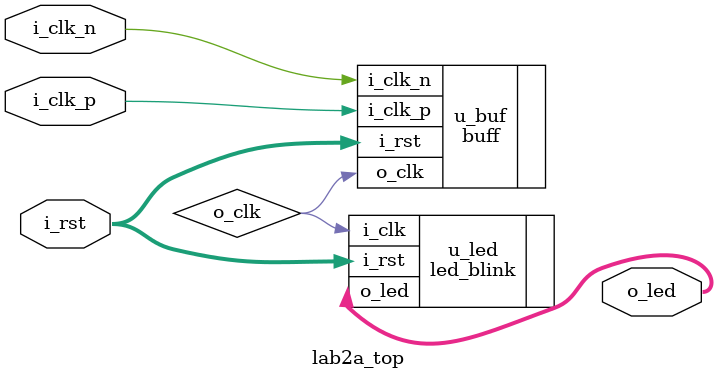
<source format=sv>
`timescale 1ns / 1ps

module lab2a_top#(
    parameter G_CLK_FREQUENCY  = 200.0e6,
    parameter real G_BLINK_PERIOD = 1,
    parameter int G_LED_WIDTH = 4
)
(
    (* MARK_DEBUG="true" *) input wire [1:0] i_rst,
    input wire i_clk_p,
    input wire i_clk_n,
    (* MARK_DEBUG="true" *) output logic [G_LED_WIDTH - 1:0] o_led
);
    
    buff u_buf(
        .i_clk_p(i_clk_p),
        .i_clk_n(i_clk_n),
        .i_rst(i_rst),
        .o_clk(o_clk)
    );
    
    led_blink#(
        .G_CLK_FREQUENCY(G_CLK_FREQUENCY),
        .G_BLINK_PERIOD(G_BLINK_PERIOD),
        .G_LED_WIDTH(G_LED_WIDTH)
    )
     u_led(
        .i_rst(i_rst),
        .i_clk(o_clk),
        .o_led(o_led)    
    );

endmodule

</source>
